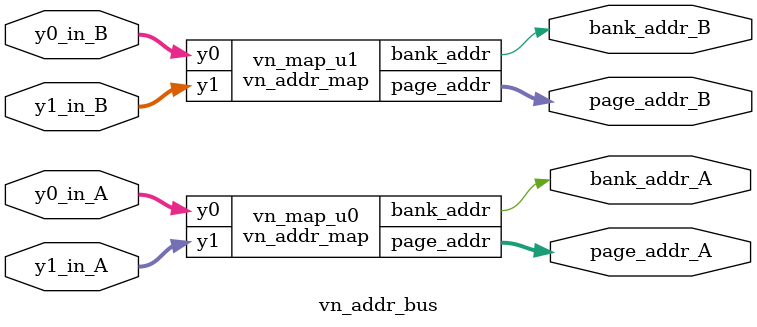
<source format=v>
`timescale 1ns / 1ps
module vn_addr_map (
    output wire [5:0] page_addr,
    output wire       bank_addr,
	
    input wire [2:0] y0,
    input wire [3:0] y1
    );
	
	assign page_addr[5:0] = {y0[2:0], y1[3:1]};
	assign bank_addr      = y1[0];
endmodule

// Description:
// Concatenation of page and bank address bus for a multiple-port decomposed LUT
module vn_addr_bus (
	// For port A (output)
    output wire [5:0] page_addr_A,
    output wire       bank_addr_A,
	// For port B (output)
    output wire [5:0] page_addr_B,
    output wire       bank_addr_B,

	// For port A (input, two coreesponding incoming messages)
    input wire [2:0] y0_in_A,
    input wire [3:0] y1_in_A,
	// For port B (input, two coreesponding incoming messages)
    input wire [2:0] y0_in_B,
    input wire [3:0] y1_in_B
	);
	
	vn_addr_map vn_map_u0(
		.page_addr (page_addr_A[5:0]),
		.bank_addr (bank_addr_A),
		
		.y0 (y0_in_A[2:0]),
		.y1 (y1_in_A[3:0])
	);
	vn_addr_map vn_map_u1(
		.page_addr (page_addr_B[5:0]),
		.bank_addr (bank_addr_B),
		
		.y0 (y0_in_B[2:0]),
		.y1 (y1_in_B[3:0])
	);
endmodule
</source>
